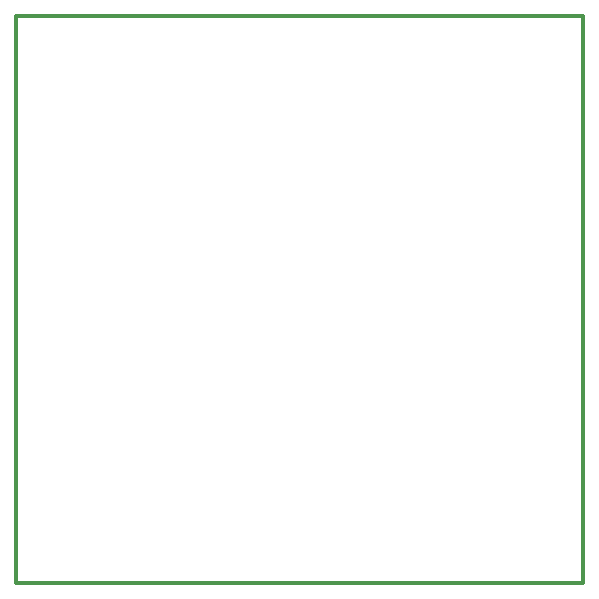
<source format=gko>
G04 Layer_Color=16711935*
%FSLAX44Y44*%
%MOMM*%
G71*
G01*
G75*
%ADD40C,0.3000*%
D40*
X0Y-480000D02*
Y0D01*
X480000D01*
Y-480000D02*
Y0D01*
X0Y-480000D02*
X480000D01*
M02*

</source>
